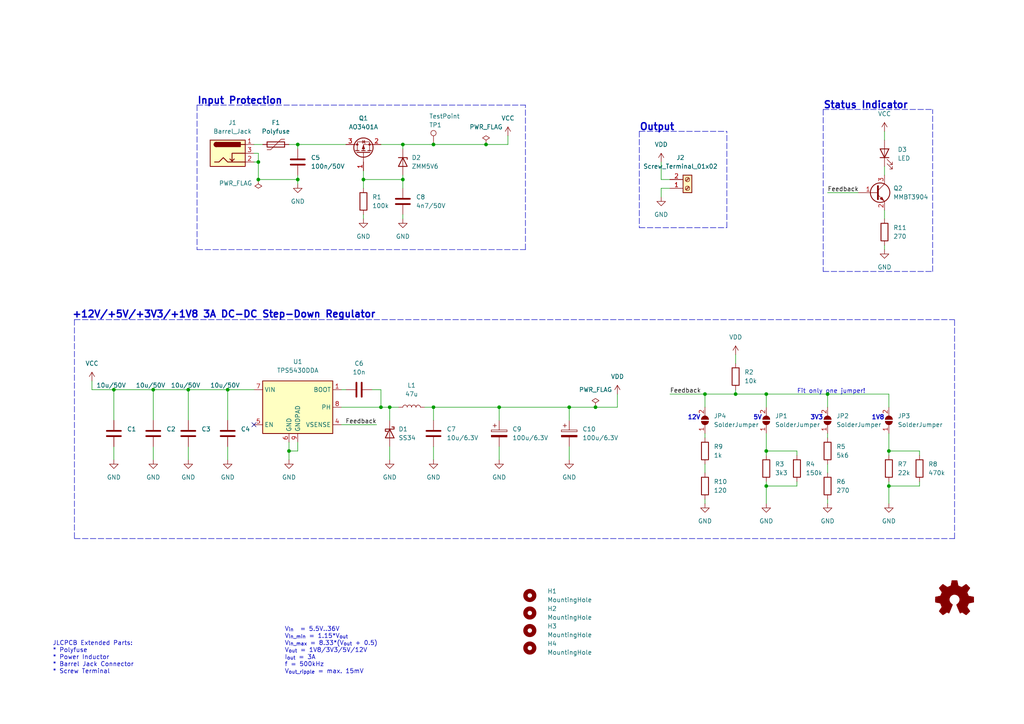
<source format=kicad_sch>
(kicad_sch (version 20210621) (generator eeschema)
  (paper "A4")
  (title_block (title "TPS5430") (date "2021-07-17") (rev "1.1.0") (company "Max Stabel") (comment 1 "https://github.com/M4a1x/TPS5430"))
  (lib_symbols
    (symbol "Connector:Barrel_Jack_Switch" (pin_names hide)
      (property "Reference" "J" (at 0 5.334 0))
      (property "Value" "Barrel_Jack_Switch" (at 0 -5.08 0))
      (symbol "Barrel_Jack_Switch_1_1"
        (pin passive line (at 7.62 2.54 180) (length 2.54) (name "~") (number "1"))
        (pin passive line (at 7.62 -2.54 180) (length 2.54) (name "~") (number "2"))
        (pin passive line (at 7.62 0 180) (length 2.54) (name "~") (number "3"))
      )
    )
    (symbol "Connector:Screw_Terminal_01x02" (pin_names (offset 1.016) hide)
      (property "Reference" "J" (at 0 2.54 0))
      (property "Value" "Screw_Terminal_01x02" (at 0 -5.08 0))
      (symbol "Screw_Terminal_01x02_1_1"
        (pin passive line (at -5.08 0 0) (length 3.81) (name "Pin_1") (number "1"))
        (pin passive line (at -5.08 -2.54 0) (length 3.81) (name "Pin_2") (number "2"))
      )
    )
    (symbol "Connector:TestPoint" (pin_numbers hide) (pin_names (offset 0.762) hide)
      (property "Reference" "TP" (at 0 6.858 0))
      (property "Value" "TestPoint" (at 0 5.08 0))
      (symbol "TestPoint_1_1"
        (pin passive line (at 0 0 90) (length 2.54) (name "1") (number "1"))
      )
    )
    (symbol "Device:C" (pin_numbers hide) (pin_names (offset 0.254))
      (property "Reference" "C" (at 0.635 2.54 0))
      (property "Value" "C" (at 0.635 -2.54 0))
      (symbol "C_1_1"
        (pin passive line (at 0 3.81 270) (length 2.794) (name "~") (number "1"))
        (pin passive line (at 0 -3.81 90) (length 2.794) (name "~") (number "2"))
      )
    )
    (symbol "Device:C_Polarized" (pin_numbers hide) (pin_names (offset 0.254))
      (property "Reference" "C" (at 0.635 2.54 0))
      (property "Value" "C_Polarized" (at 0.635 -2.54 0))
      (symbol "C_Polarized_1_1"
        (pin passive line (at 0 3.81 270) (length 2.794) (name "~") (number "1"))
        (pin passive line (at 0 -3.81 90) (length 2.794) (name "~") (number "2"))
      )
    )
    (symbol "Device:D_Schottky" (pin_numbers hide) (pin_names (offset 1.016) hide)
      (property "Reference" "D" (at 0 2.54 0))
      (property "Value" "D_Schottky" (at 0 -2.54 0))
      (symbol "D_Schottky_1_1"
        (pin passive line (at -3.81 0 0) (length 2.54) (name "K") (number "1"))
        (pin passive line (at 3.81 0 180) (length 2.54) (name "A") (number "2"))
      )
    )
    (symbol "Device:D_Zener" (pin_numbers hide) (pin_names (offset 1.016) hide)
      (property "Reference" "D" (at 0 2.54 0))
      (property "Value" "D_Zener" (at 0 -2.54 0))
      (symbol "D_Zener_1_1"
        (pin passive line (at -3.81 0 0) (length 2.54) (name "K") (number "1"))
        (pin passive line (at 3.81 0 180) (length 2.54) (name "A") (number "2"))
      )
    )
    (symbol "Device:L" (pin_numbers hide) (pin_names (offset 1.016) hide)
      (property "Reference" "L" (at -1.27 0 90))
      (property "Value" "L" (at 1.905 0 90))
      (symbol "L_1_1"
        (pin passive line (at 0 3.81 270) (length 1.27) (name "1") (number "1"))
        (pin passive line (at 0 -3.81 90) (length 1.27) (name "2") (number "2"))
      )
    )
    (symbol "Device:LED" (pin_numbers hide) (pin_names (offset 1.016) hide)
      (property "Reference" "D" (at 0 2.54 0))
      (property "Value" "LED" (at 0 -2.54 0))
      (symbol "LED_1_1"
        (pin passive line (at -3.81 0 0) (length 2.54) (name "K") (number "1"))
        (pin passive line (at 3.81 0 180) (length 2.54) (name "A") (number "2"))
      )
    )
    (symbol "Device:Polyfuse" (pin_numbers hide) (pin_names (offset 0))
      (property "Reference" "F" (at -2.54 0 90))
      (property "Value" "Polyfuse" (at 2.54 0 90))
      (symbol "Polyfuse_1_1"
        (pin passive line (at 0 3.81 270) (length 1.27) (name "~") (number "1"))
        (pin passive line (at 0 -3.81 90) (length 1.27) (name "~") (number "2"))
      )
    )
    (symbol "Device:R" (pin_numbers hide) (pin_names (offset 0))
      (property "Reference" "R" (at 2.032 0 90))
      (property "Value" "R" (at 0 0 90))
      (symbol "R_1_1"
        (pin passive line (at 0 3.81 270) (length 1.27) (name "~") (number "1"))
        (pin passive line (at 0 -3.81 90) (length 1.27) (name "~") (number "2"))
      )
    )
    (symbol "Graphic:Logo_Open_Hardware_Small" (pin_names (offset 1.016)))
    (symbol "Jumper:SolderJumper_2_Open" (pin_names (offset 0) hide)
      (property "Reference" "JP" (at 0 2.032 0))
      (property "Value" "SolderJumper_2_Open" (at 0 -2.54 0))
      (symbol "SolderJumper_2_Open_1_1"
        (pin passive line (at -3.81 0 0) (length 2.54) (name "A") (number "1"))
        (pin passive line (at 3.81 0 180) (length 2.54) (name "B") (number "2"))
      )
    )
    (symbol "Mechanical:MountingHole" (pin_names (offset 1.016))
      (property "Reference" "H" (at 0 5.08 0))
      (property "Value" "MountingHole" (at 0 3.175 0))
    )
    (symbol "Regulator_Switching:TPS5430DDA"
      (property "Reference" "U" (at -10.16 8.89 0))
      (property "Value" "TPS5430DDA" (at -1.27 8.89 0))
      (symbol "TPS5430DDA_1_1"
        (pin input line (at 12.7 5.08 180) (length 2.54) (name "BOOT") (number "1"))
        (pin no_connect line (at -10.16 2.54 0) (length 2.54) hide (name "NC") (number "2"))
        (pin no_connect line (at -10.16 -2.54 0) (length 2.54) hide (name "NC") (number "3"))
        (pin input line (at 12.7 -5.08 180) (length 2.54) (name "VSENSE") (number "4"))
        (pin input line (at -12.7 -5.08 0) (length 2.54) (name "EN") (number "5"))
        (pin power_in line (at -2.54 -10.16 90) (length 2.54) (name "GND") (number "6"))
        (pin power_in line (at -12.7 5.08 0) (length 2.54) (name "VIN") (number "7"))
        (pin output line (at 12.7 0 180) (length 2.54) (name "PH") (number "8"))
        (pin power_in line (at 0 -10.16 90) (length 2.54) (name "GNDPAD") (number "9"))
      )
    )
    (symbol "Transistor_BJT:MMBT3904" (pin_names (offset 0) hide)
      (property "Reference" "Q" (at 5.08 1.905 0))
      (property "Value" "MMBT3904" (at 5.08 0 0))
      (symbol "MMBT3904_1_1"
        (pin input line (at -5.08 0 0) (length 5.715) (name "B") (number "1"))
        (pin passive line (at 2.54 -5.08 90) (length 2.54) (name "E") (number "2"))
        (pin passive line (at 2.54 5.08 270) (length 2.54) (name "C") (number "3"))
      )
    )
    (symbol "Transistor_FET:AO3401A" (pin_names hide)
      (property "Reference" "Q" (at 5.08 1.905 0))
      (property "Value" "AO3401A" (at 5.08 0 0))
      (symbol "AO3401A_1_1"
        (pin input line (at -5.08 0 0) (length 2.54) (name "G") (number "1"))
        (pin passive line (at 2.54 -5.08 90) (length 2.54) (name "S") (number "2"))
        (pin passive line (at 2.54 5.08 270) (length 2.54) (name "D") (number "3"))
      )
    )
    (symbol "power:GND" (power) (pin_names (offset 0))
      (property "Value" "GND" (at 0 -3.81 0))
      (symbol "GND_1_1"
        (pin power_in line (at 0 0 270) (length 0) hide (name "GND") (number "1"))
      )
    )
    (symbol "power:PWR_FLAG" (power) (pin_numbers hide) (pin_names (offset 0) hide)
      (property "Value" "PWR_FLAG" (at 0 3.81 0))
      (symbol "PWR_FLAG_0_0"
        (pin power_out line (at 0 0 90) (length 0) (name "pwr") (number "1"))
      )
    )
    (symbol "power:VCC" (power) (pin_names (offset 0))
      (property "Value" "VCC" (at 0 3.81 0))
      (symbol "VCC_1_1"
        (pin power_in line (at 0 0 90) (length 0) hide (name "VCC") (number "1"))
      )
    )
    (symbol "power:VDD" (power) (pin_names (offset 0))
      (property "Value" "VDD" (at 0 3.81 0))
      (symbol "VDD_1_1"
        (pin power_in line (at 0 0 90) (length 0) hide (name "VDD") (number "1"))
      )
    )
  )
  (junction (at 33.02 113.03) (diameter 0.9144))
  (junction (at 44.45 113.03) (diameter 0.9144))
  (junction (at 54.61 113.03) (diameter 0.9144))
  (junction (at 66.04 113.03) (diameter 0.9144))
  (junction (at 74.93 46.99) (diameter 0.9144))
  (junction (at 74.93 52.07) (diameter 0.9144))
  (junction (at 83.82 130.81) (diameter 0.9144))
  (junction (at 86.36 41.91) (diameter 0.9144))
  (junction (at 86.36 52.07) (diameter 0.9144))
  (junction (at 105.41 52.07) (diameter 0.9144))
  (junction (at 110.49 118.11) (diameter 0.9144))
  (junction (at 113.03 118.11) (diameter 0.9144))
  (junction (at 116.84 41.91) (diameter 0.9144))
  (junction (at 116.84 52.07) (diameter 0.9144))
  (junction (at 125.73 41.91) (diameter 0.9144))
  (junction (at 125.73 118.11) (diameter 0.9144))
  (junction (at 140.97 41.91) (diameter 0.9144))
  (junction (at 144.78 118.11) (diameter 0.9144))
  (junction (at 165.1 118.11) (diameter 0.9144))
  (junction (at 172.72 118.11) (diameter 0.9144))
  (junction (at 204.47 114.3) (diameter 0.9144))
  (junction (at 213.36 114.3) (diameter 0.9144))
  (junction (at 222.25 114.3) (diameter 0.9144))
  (junction (at 222.25 130.81) (diameter 0.9144))
  (junction (at 222.25 140.97) (diameter 0.9144))
  (junction (at 240.03 114.3) (diameter 0.9144))
  (junction (at 257.81 130.81) (diameter 0.9144))
  (junction (at 257.81 140.97) (diameter 0.9144))
  (no_connect (at 73.66 123.19))
  (wire (pts (xy 26.67 110.49) (xy 26.67 113.03)))
  (wire (pts (xy 26.67 113.03) (xy 33.02 113.03)))
  (wire (pts (xy 33.02 113.03) (xy 33.02 121.92)))
  (wire (pts (xy 33.02 113.03) (xy 44.45 113.03)))
  (wire (pts (xy 33.02 129.54) (xy 33.02 133.35)))
  (wire (pts (xy 44.45 113.03) (xy 44.45 121.92)))
  (wire (pts (xy 44.45 113.03) (xy 54.61 113.03)))
  (wire (pts (xy 44.45 129.54) (xy 44.45 133.35)))
  (wire (pts (xy 54.61 113.03) (xy 54.61 121.92)))
  (wire (pts (xy 54.61 113.03) (xy 66.04 113.03)))
  (wire (pts (xy 54.61 129.54) (xy 54.61 133.35)))
  (wire (pts (xy 66.04 113.03) (xy 66.04 121.92)))
  (wire (pts (xy 66.04 113.03) (xy 73.66 113.03)))
  (wire (pts (xy 66.04 129.54) (xy 66.04 133.35)))
  (wire (pts (xy 73.66 41.91) (xy 76.2 41.91)))
  (wire (pts (xy 73.66 44.45) (xy 74.93 44.45)))
  (wire (pts (xy 73.66 46.99) (xy 74.93 46.99)))
  (wire (pts (xy 74.93 44.45) (xy 74.93 46.99)))
  (wire (pts (xy 74.93 46.99) (xy 74.93 52.07)))
  (wire (pts (xy 83.82 41.91) (xy 86.36 41.91)))
  (wire (pts (xy 83.82 128.27) (xy 83.82 130.81)))
  (wire (pts (xy 83.82 130.81) (xy 83.82 133.35)))
  (wire (pts (xy 86.36 41.91) (xy 86.36 43.18)))
  (wire (pts (xy 86.36 41.91) (xy 100.33 41.91)))
  (wire (pts (xy 86.36 50.8) (xy 86.36 52.07)))
  (wire (pts (xy 86.36 52.07) (xy 74.93 52.07)))
  (wire (pts (xy 86.36 52.07) (xy 86.36 53.34)))
  (wire (pts (xy 86.36 128.27) (xy 86.36 130.81)))
  (wire (pts (xy 86.36 130.81) (xy 83.82 130.81)))
  (wire (pts (xy 99.06 113.03) (xy 100.33 113.03)))
  (wire (pts (xy 99.06 118.11) (xy 110.49 118.11)))
  (wire (pts (xy 99.06 123.19) (xy 109.22 123.19)))
  (wire (pts (xy 105.41 49.53) (xy 105.41 52.07)))
  (wire (pts (xy 105.41 52.07) (xy 105.41 54.61)))
  (wire (pts (xy 105.41 52.07) (xy 116.84 52.07)))
  (wire (pts (xy 105.41 62.23) (xy 105.41 63.5)))
  (wire (pts (xy 107.95 113.03) (xy 110.49 113.03)))
  (wire (pts (xy 110.49 41.91) (xy 116.84 41.91)))
  (wire (pts (xy 110.49 113.03) (xy 110.49 118.11)))
  (wire (pts (xy 110.49 118.11) (xy 113.03 118.11)))
  (wire (pts (xy 113.03 118.11) (xy 115.57 118.11)))
  (wire (pts (xy 113.03 121.92) (xy 113.03 118.11)))
  (wire (pts (xy 113.03 129.54) (xy 113.03 133.35)))
  (wire (pts (xy 116.84 41.91) (xy 116.84 43.18)))
  (wire (pts (xy 116.84 41.91) (xy 125.73 41.91)))
  (wire (pts (xy 116.84 50.8) (xy 116.84 52.07)))
  (wire (pts (xy 116.84 52.07) (xy 116.84 54.61)))
  (wire (pts (xy 116.84 62.23) (xy 116.84 63.5)))
  (wire (pts (xy 123.19 118.11) (xy 125.73 118.11)))
  (wire (pts (xy 125.73 41.91) (xy 140.97 41.91)))
  (wire (pts (xy 125.73 118.11) (xy 125.73 121.92)))
  (wire (pts (xy 125.73 118.11) (xy 144.78 118.11)))
  (wire (pts (xy 125.73 129.54) (xy 125.73 133.35)))
  (wire (pts (xy 140.97 41.91) (xy 147.32 41.91)))
  (wire (pts (xy 144.78 118.11) (xy 144.78 121.92)))
  (wire (pts (xy 144.78 118.11) (xy 165.1 118.11)))
  (wire (pts (xy 144.78 129.54) (xy 144.78 133.35)))
  (wire (pts (xy 147.32 39.37) (xy 147.32 41.91)))
  (wire (pts (xy 165.1 118.11) (xy 165.1 121.92)))
  (wire (pts (xy 165.1 118.11) (xy 172.72 118.11)))
  (wire (pts (xy 165.1 129.54) (xy 165.1 133.35)))
  (wire (pts (xy 172.72 118.11) (xy 179.07 118.11)))
  (wire (pts (xy 179.07 114.3) (xy 179.07 118.11)))
  (wire (pts (xy 191.77 46.99) (xy 191.77 52.07)))
  (wire (pts (xy 191.77 52.07) (xy 194.31 52.07)))
  (wire (pts (xy 191.77 54.61) (xy 194.31 54.61)))
  (wire (pts (xy 191.77 57.15) (xy 191.77 54.61)))
  (wire (pts (xy 194.31 114.3) (xy 204.47 114.3)))
  (wire (pts (xy 204.47 114.3) (xy 204.47 118.11)))
  (wire (pts (xy 204.47 114.3) (xy 213.36 114.3)))
  (wire (pts (xy 204.47 125.73) (xy 204.47 127)))
  (wire (pts (xy 204.47 134.62) (xy 204.47 137.16)))
  (wire (pts (xy 204.47 144.78) (xy 204.47 146.05)))
  (wire (pts (xy 213.36 105.41) (xy 213.36 102.87)))
  (wire (pts (xy 213.36 113.03) (xy 213.36 114.3)))
  (wire (pts (xy 213.36 114.3) (xy 222.25 114.3)))
  (wire (pts (xy 222.25 114.3) (xy 222.25 118.11)))
  (wire (pts (xy 222.25 114.3) (xy 240.03 114.3)))
  (wire (pts (xy 222.25 125.73) (xy 222.25 130.81)))
  (wire (pts (xy 222.25 130.81) (xy 222.25 132.08)))
  (wire (pts (xy 222.25 139.7) (xy 222.25 140.97)))
  (wire (pts (xy 222.25 140.97) (xy 222.25 146.05)))
  (wire (pts (xy 222.25 140.97) (xy 231.14 140.97)))
  (wire (pts (xy 231.14 130.81) (xy 222.25 130.81)))
  (wire (pts (xy 231.14 132.08) (xy 231.14 130.81)))
  (wire (pts (xy 231.14 140.97) (xy 231.14 139.7)))
  (wire (pts (xy 240.03 55.88) (xy 248.92 55.88)))
  (wire (pts (xy 240.03 114.3) (xy 240.03 118.11)))
  (wire (pts (xy 240.03 114.3) (xy 257.81 114.3)))
  (wire (pts (xy 240.03 125.73) (xy 240.03 127)))
  (wire (pts (xy 240.03 134.62) (xy 240.03 137.16)))
  (wire (pts (xy 240.03 144.78) (xy 240.03 146.05)))
  (wire (pts (xy 256.54 38.1) (xy 256.54 40.64)))
  (wire (pts (xy 256.54 48.26) (xy 256.54 50.8)))
  (wire (pts (xy 256.54 60.96) (xy 256.54 63.5)))
  (wire (pts (xy 256.54 71.12) (xy 256.54 72.39)))
  (wire (pts (xy 257.81 114.3) (xy 257.81 118.11)))
  (wire (pts (xy 257.81 125.73) (xy 257.81 130.81)))
  (wire (pts (xy 257.81 130.81) (xy 257.81 132.08)))
  (wire (pts (xy 257.81 139.7) (xy 257.81 140.97)))
  (wire (pts (xy 257.81 140.97) (xy 257.81 146.05)))
  (wire (pts (xy 257.81 140.97) (xy 266.7 140.97)))
  (wire (pts (xy 266.7 130.81) (xy 257.81 130.81)))
  (wire (pts (xy 266.7 132.08) (xy 266.7 130.81)))
  (wire (pts (xy 266.7 140.97) (xy 266.7 139.7)))
  (polyline (pts (xy 21.59 92.71) (xy 21.59 156.21)) (stroke (width 0) (type dash)))
  (polyline (pts (xy 21.59 92.71) (xy 276.86 92.71)) (stroke (width 0) (type dash)))
  (polyline (pts (xy 21.59 156.21) (xy 276.86 156.21)) (stroke (width 0) (type dash)))
  (polyline (pts (xy 57.15 30.48) (xy 57.15 72.39)) (stroke (width 0) (type dash)))
  (polyline (pts (xy 57.15 30.48) (xy 152.4 30.48)) (stroke (width 0) (type dash)))
  (polyline (pts (xy 57.15 72.39) (xy 152.4 72.39)) (stroke (width 0) (type dash)))
  (polyline (pts (xy 152.4 72.39) (xy 152.4 30.48)) (stroke (width 0) (type dash)))
  (polyline (pts (xy 185.42 38.1) (xy 185.42 66.04)) (stroke (width 0) (type dash)))
  (polyline (pts (xy 185.42 38.1) (xy 210.82 38.1)) (stroke (width 0) (type dash)))
  (polyline (pts (xy 185.42 66.04) (xy 210.82 66.04)) (stroke (width 0) (type dash)))
  (polyline (pts (xy 210.82 66.04) (xy 210.82 38.1)) (stroke (width 0) (type dash)))
  (polyline (pts (xy 238.76 31.75) (xy 238.76 78.74)) (stroke (width 0) (type dash)))
  (polyline (pts (xy 238.76 31.75) (xy 270.51 31.75)) (stroke (width 0) (type dash)))
  (polyline (pts (xy 238.76 78.74) (xy 270.51 78.74)) (stroke (width 0) (type dash)))
  (polyline (pts (xy 270.51 78.74) (xy 270.51 31.75)) (stroke (width 0) (type dash)))
  (polyline (pts (xy 276.86 156.21) (xy 276.86 92.71)) (stroke (width 0) (type dash)))
  (text "JLCPCB Extended Parts: \n* Polyfuse\n* Power Inductor\n* Barrel Jack Connector\n* Screw Terminal" (at 15.24 195.58 0) (effects (font (size 1.27 1.27)) (justify left bottom)))
  (text "+12V/+5V/+3V3/+1V8 3A DC-DC Step-Down Regulator" (at 20.828 92.456 0) (effects (font (size 2 2) (thickness 0.4) bold) (justify left bottom)))
  (text "Input Protection" (at 57.15 30.48 0) (effects (font (size 2 2) (thickness 0.4) bold) (justify left bottom)))
  (text "V_{in}  = 5.5V..36V\nV_{in_min} = 1.15*V_{out}\nV_{in_max} = 8.33*(V_{out} + 0.5)\nV_{out} = 1V8/3V3/5V/12V\nI_{out} = 3A\nf = 500kHz\nV_{out_ripple} = max. 15mV" (at 82.55 195.58 0) (effects (font (size 1.27 1.27)) (justify left bottom)))
  (text "Output" (at 185.42 38.1 0) (effects (font (size 2 2) (thickness 0.4) bold) (justify left bottom)))
  (text "12V" (at 199.39 121.92 0) (effects (font (size 1.27 1.27) (thickness 0.254) bold) (justify left bottom)))
  (text "5V" (at 218.44 121.92 0) (effects (font (size 1.27 1.27) (thickness 0.254) bold) (justify left bottom)))
  (text "Fit only one jumper!" (at 231.14 114.3 0) (effects (font (size 1.27 1.27)) (justify left bottom)))
  (text "3V3" (at 234.95 121.92 0) (effects (font (size 1.27 1.27) (thickness 0.254) bold) (justify left bottom)))
  (text "Status Indicator" (at 238.76 31.75 0) (effects (font (size 2 2) (thickness 0.4) bold) (justify left bottom)))
  (text "1V8" (at 252.73 121.92 0) (effects (font (size 1.27 1.27) (thickness 0.254) bold) (justify left bottom)))
  (label "Feedback" (at 109.22 123.19 180))
  (label "Feedback" (at 194.31 114.3 0))
  (label "Feedback" (at 240.03 55.88 0))
  (symbol (lib_id "power:VCC") (at 26.67 110.49 0) (unit 1)
    (property "Reference" "#PWR0105" (effects hide))
    (property "Value" "VCC" (at 26.67 105.41 0))
  )
  (symbol (lib_id "power:VCC") (at 147.32 39.37 0) (unit 1)
    (property "Reference" "#PWR0121" (effects hide))
    (property "Value" "VCC" (at 147.32 34.29 0))
  )
  (symbol (lib_id "power:VDD") (at 179.07 114.3 0) (unit 1)
    (property "Reference" "#PWR0108" (effects hide))
    (property "Value" "VDD" (at 179.07 109.22 0))
  )
  (symbol (lib_id "power:VDD") (at 191.77 46.99 0) (unit 1)
    (property "Reference" "#PWR0118" (effects hide))
    (property "Value" "VDD" (at 191.77 41.91 0))
  )
  (symbol (lib_id "power:VDD") (at 213.36 102.87 0) (unit 1)
    (property "Reference" "#PWR0116" (effects hide))
    (property "Value" "VDD" (at 213.36 97.79 0))
  )
  (symbol (lib_id "power:VCC") (at 256.54 38.1 0) (unit 1)
    (property "Reference" "#PWR01" (effects hide))
    (property "Value" "VCC" (at 256.54 33.02 0))
  )
  (symbol (lib_id "power:PWR_FLAG") (at 74.93 52.07 180) (unit 1)
    (property "Reference" "#FLG01" (effects hide))
    (property "Value" "PWR_FLAG" (at 63.5 53.1494 0) (effects (justify right)))
  )
  (symbol (lib_id "power:PWR_FLAG") (at 140.97 41.91 0) (unit 1)
    (property "Reference" "#FLG0101" (effects hide))
    (property "Value" "PWR_FLAG" (at 140.97 36.83 0))
  )
  (symbol (lib_id "power:PWR_FLAG") (at 172.72 118.11 0) (unit 1)
    (property "Reference" "#FLG0102" (effects hide))
    (property "Value" "PWR_FLAG" (at 172.72 113.03 0))
  )
  (symbol (lib_id "Connector:TestPoint") (at 125.73 41.91 0) (unit 1)
    (property "Reference" "TP1" (at 124.46 36.2584 0) (effects (justify left)))
    (property "Value" "TestPoint" (at 124.46 33.7184 0) (effects (justify left)))
    (property "Footprint" "TestPoint:TestPoint_Pad_D1.0mm" (effects hide))
  )
  (symbol (lib_id "power:GND") (at 33.02 133.35 0) (unit 1)
    (property "Reference" "#PWR0107" (effects hide))
    (property "Value" "GND" (at 33.02 138.43 0))
  )
  (symbol (lib_id "power:GND") (at 44.45 133.35 0) (unit 1)
    (property "Reference" "#PWR0106" (effects hide))
    (property "Value" "GND" (at 44.45 138.43 0))
  )
  (symbol (lib_id "power:GND") (at 54.61 133.35 0) (unit 1)
    (property "Reference" "#PWR0104" (effects hide))
    (property "Value" "GND" (at 54.61 138.43 0))
  )
  (symbol (lib_id "power:GND") (at 66.04 133.35 0) (unit 1)
    (property "Reference" "#PWR0102" (effects hide))
    (property "Value" "GND" (at 66.04 138.43 0))
  )
  (symbol (lib_id "power:GND") (at 83.82 133.35 0) (unit 1)
    (property "Reference" "#PWR0103" (effects hide))
    (property "Value" "GND" (at 83.82 138.43 0))
  )
  (symbol (lib_id "power:GND") (at 86.36 53.34 0) (unit 1)
    (property "Reference" "#PWR0120" (effects hide))
    (property "Value" "GND" (at 86.36 58.42 0))
  )
  (symbol (lib_id "power:GND") (at 105.41 63.5 0) (unit 1)
    (property "Reference" "#PWR0119" (effects hide))
    (property "Value" "GND" (at 105.41 68.58 0))
  )
  (symbol (lib_id "power:GND") (at 113.03 133.35 0) (unit 1)
    (property "Reference" "#PWR0101" (effects hide))
    (property "Value" "GND" (at 113.03 138.43 0))
  )
  (symbol (lib_id "power:GND") (at 116.84 63.5 0) (unit 1)
    (property "Reference" "#PWR0122" (effects hide))
    (property "Value" "GND" (at 116.84 68.58 0))
  )
  (symbol (lib_id "power:GND") (at 125.73 133.35 0) (unit 1)
    (property "Reference" "#PWR0110" (effects hide))
    (property "Value" "GND" (at 125.73 138.43 0))
  )
  (symbol (lib_id "power:GND") (at 144.78 133.35 0) (unit 1)
    (property "Reference" "#PWR0111" (effects hide))
    (property "Value" "GND" (at 144.78 138.43 0))
  )
  (symbol (lib_id "power:GND") (at 165.1 133.35 0) (unit 1)
    (property "Reference" "#PWR0112" (effects hide))
    (property "Value" "GND" (at 165.1 138.43 0))
  )
  (symbol (lib_id "power:GND") (at 191.77 57.15 0) (unit 1)
    (property "Reference" "#PWR0117" (effects hide))
    (property "Value" "GND" (at 191.77 62.23 0))
  )
  (symbol (lib_id "power:GND") (at 204.47 146.05 0) (unit 1)
    (property "Reference" "#PWR0109" (effects hide))
    (property "Value" "GND" (at 204.47 151.13 0))
  )
  (symbol (lib_id "power:GND") (at 222.25 146.05 0) (unit 1)
    (property "Reference" "#PWR0114" (effects hide))
    (property "Value" "GND" (at 222.25 151.13 0))
  )
  (symbol (lib_id "power:GND") (at 240.03 146.05 0) (unit 1)
    (property "Reference" "#PWR0113" (effects hide))
    (property "Value" "GND" (at 240.03 151.13 0))
  )
  (symbol (lib_id "power:GND") (at 256.54 72.39 0) (unit 1)
    (property "Reference" "#PWR02" (effects hide))
    (property "Value" "GND" (at 256.54 77.47 0))
  )
  (symbol (lib_id "power:GND") (at 257.81 146.05 0) (unit 1)
    (property "Reference" "#PWR0115" (effects hide))
    (property "Value" "GND" (at 257.81 151.13 0))
  )
  (symbol (lib_id "Device:L") (at 119.38 118.11 90) (unit 1)
    (property "Reference" "L1" (at 119.38 111.76 90))
    (property "Value" "47u" (at 119.38 114.3 90))
    (property "Footprint" "tps5430:L_Sunlord_MWSA1004S_10x11.5x4mm" (effects hide))
    (property "Datasheet" "https://datasheet.lcsc.com/szlcsc/1912111437_Sunlord-MWSA1004S-470MT_C408491.pdf" (effects hide))
    (property "LCSC" "C408491" (effects hide))
    (property "MPN" "MWSA1004S-470MT" (effects hide))
    (property "Manufacturer" "Sunlord" (effects hide))
    (property "Notes" "47uH ±20% 3.3A 145mΩ SMD,10x11.5x4.0mm Power Inductors RoHS" (effects hide))
    (property "JLC" "SMD_10x11.5x4.0mm" (effects hide))
  )
  (symbol (lib_id "Mechanical:MountingHole") (at 153.67 172.72 270) (unit 1)
    (property "Reference" "H1" (at 158.75 171.4499 90) (effects (justify left)))
    (property "Value" "MountingHole" (at 158.75 173.9899 90) (effects (justify left)))
    (property "Footprint" "MountingHole:MountingHole_2.2mm_M2_ISO7380" (effects hide))
  )
  (symbol (lib_id "Mechanical:MountingHole") (at 153.67 177.8 270) (unit 1)
    (property "Reference" "H2" (at 158.75 176.5299 90) (effects (justify left)))
    (property "Value" "MountingHole" (at 158.75 179.0699 90) (effects (justify left)))
    (property "Footprint" "MountingHole:MountingHole_2.2mm_M2_ISO7380" (effects hide))
  )
  (symbol (lib_id "Mechanical:MountingHole") (at 153.67 182.88 270) (unit 1)
    (property "Reference" "H3" (at 158.75 181.6099 90) (effects (justify left)))
    (property "Value" "MountingHole" (at 158.75 184.1499 90) (effects (justify left)))
    (property "Footprint" "MountingHole:MountingHole_2.2mm_M2_ISO7380" (effects hide))
  )
  (symbol (lib_id "Mechanical:MountingHole") (at 153.67 187.96 270) (unit 1)
    (property "Reference" "H4" (at 158.75 186.6899 90) (effects (justify left)))
    (property "Value" "MountingHole" (at 158.75 189.2299 90) (effects (justify left)))
    (property "Footprint" "MountingHole:MountingHole_2.2mm_M2_ISO7380" (effects hide))
  )
  (symbol (lib_id "Jumper:SolderJumper_2_Open") (at 204.47 121.92 90) (unit 1)
    (property "Reference" "JP4" (at 207.01 120.6499 90) (effects (justify right)))
    (property "Value" "SolderJumper" (at 207.01 123.1899 90) (effects (justify right)))
    (property "Footprint" "Jumper:SolderJumper-2_P1.3mm_Open_RoundedPad1.0x1.5mm" (effects hide))
  )
  (symbol (lib_id "Jumper:SolderJumper_2_Open") (at 222.25 121.92 90) (unit 1)
    (property "Reference" "JP1" (at 224.79 120.6499 90) (effects (justify right)))
    (property "Value" "SolderJumper" (at 224.79 123.1899 90) (effects (justify right)))
    (property "Footprint" "Jumper:SolderJumper-2_P1.3mm_Open_RoundedPad1.0x1.5mm" (effects hide))
  )
  (symbol (lib_id "Jumper:SolderJumper_2_Open") (at 240.03 121.92 90) (unit 1)
    (property "Reference" "JP2" (at 242.57 120.6499 90) (effects (justify right)))
    (property "Value" "SolderJumper" (at 242.57 123.1899 90) (effects (justify right)))
    (property "Footprint" "Jumper:SolderJumper-2_P1.3mm_Open_RoundedPad1.0x1.5mm" (effects hide))
  )
  (symbol (lib_id "Jumper:SolderJumper_2_Open") (at 257.81 121.92 90) (unit 1)
    (property "Reference" "JP3" (at 260.35 120.6499 90) (effects (justify right)))
    (property "Value" "SolderJumper" (at 260.35 123.1899 90) (effects (justify right)))
    (property "Footprint" "Jumper:SolderJumper-2_P1.3mm_Open_RoundedPad1.0x1.5mm" (effects hide))
  )
  (symbol (lib_id "Device:R") (at 105.41 58.42 0) (unit 1)
    (property "Reference" "R1" (at 107.95 57.1499 0) (effects (justify left)))
    (property "Value" "100k" (at 107.95 59.6899 0) (effects (justify left)))
    (property "Footprint" "Resistor_SMD:R_0402_1005Metric" (effects hide))
    (property "Datasheet" "https://datasheet.lcsc.com/lcsc/1810111814_UNI-ROYAL-Uniroyal-Elec-0402WGF1003TCE_C25741.pdf" (effects hide))
    (property "MPN" "0402WGF1003TCE" (effects hide))
    (property "Manufacturer" "UNI-ROYAL(Uniroyal Elec)" (effects hide))
    (property "Notes" "100kΩ ±1% 1/16W ±100ppm/℃ 0402 Chip Resistor - Surface Mount RoHS" (effects hide))
    (property "LCSC" "C25741" (effects hide))
    (property "JLC" "0402" (effects hide))
  )
  (symbol (lib_id "Device:R") (at 204.47 130.81 0) (unit 1)
    (property "Reference" "R9" (at 207.01 129.5399 0) (effects (justify left)))
    (property "Value" "1k" (at 207.01 132.0799 0) (effects (justify left)))
    (property "Footprint" "Resistor_SMD:R_0402_1005Metric" (effects hide))
    (property "Datasheet" "https://datasheet.lcsc.com/lcsc/1811132311_UNI-ROYAL-Uniroyal-Elec-0402WGF1001TCE_C11702.pdf" (effects hide))
    (property "MPN" "0402WGF1001TCE" (effects hide))
    (property "Manufacturer" "UNI-ROYAL(Uniroyal Elec)" (effects hide))
    (property "Notes" "1kΩ ±1% 1/16W ±100ppm/℃ 0402 Chip Resistor - Surface Mount RoHS" (effects hide))
    (property "LCSC" "C11702" (effects hide))
    (property "JLC" "0402" (effects hide))
  )
  (symbol (lib_id "Device:R") (at 204.47 140.97 0) (unit 1)
    (property "Reference" "R10" (at 207.01 139.6999 0) (effects (justify left)))
    (property "Value" "120" (at 207.01 142.2399 0) (effects (justify left)))
    (property "Footprint" "Resistor_SMD:R_0402_1005Metric" (effects hide))
    (property "Datasheet" "https://datasheet.lcsc.com/lcsc/1811031112_UNI-ROYAL-Uniroyal-Elec-0402WGF1200TCE_C25079.pdf" (effects hide))
    (property "MPN" "0402WGF1200TCE" (effects hide))
    (property "Manufacturer" "UNI-ROYAL(Uniroyal Elec)" (effects hide))
    (property "Notes" "120Ω ±1% 1/16W ±100ppm/℃ 0402 Chip Resistor - Surface Mount RoHS" (effects hide))
    (property "LCSC" "C25079" (effects hide))
    (property "JLC" "0402" (effects hide))
  )
  (symbol (lib_id "Device:R") (at 213.36 109.22 0) (unit 1)
    (property "Reference" "R2" (at 215.9 107.9499 0) (effects (justify left)))
    (property "Value" "10k" (at 215.9 110.4899 0) (effects (justify left)))
    (property "Footprint" "Resistor_SMD:R_0402_1005Metric" (effects hide))
    (property "Datasheet" "https://datasheet.lcsc.com/lcsc/1809301717_UNI-ROYAL-Uniroyal-Elec-0402WGF1002TCE_C25744.pdf" (effects hide))
    (property "MPN" "0402WGF1002TCE" (effects hide))
    (property "Manufacturer" "UNI-ROYAL(Uniroyal Elec)" (effects hide))
    (property "Notes" "10kΩ ±1% 1/16W ±100ppm/℃ 0402 Chip Resistor - Surface Mount RoHS" (effects hide))
    (property "LCSC" "C25744" (effects hide))
    (property "JLC" "0402" (effects hide))
  )
  (symbol (lib_id "Device:R") (at 222.25 135.89 0) (unit 1)
    (property "Reference" "R3" (at 224.79 134.6199 0) (effects (justify left)))
    (property "Value" "3k3" (at 224.79 137.1599 0) (effects (justify left)))
    (property "Footprint" "Resistor_SMD:R_0402_1005Metric" (effects hide))
    (property "Datasheet" "https://datasheet.lcsc.com/lcsc/1810301320_UNI-ROYAL-Uniroyal-Elec-0402WGF3301TCE_C25890.pdf" (effects hide))
    (property "MPN" "0402WGF3301TCE" (effects hide))
    (property "Manufacturer" "UNI-ROYAL(Uniroyal Elec)" (effects hide))
    (property "Notes" "3.3kΩ ±1% 1/16W ±100ppm/℃ 0402 Chip Resistor - Surface Mount RoHS" (effects hide))
    (property "LCSC" "C25890" (effects hide))
    (property "JLC" "0402" (effects hide))
  )
  (symbol (lib_id "Device:R") (at 231.14 135.89 0) (unit 1)
    (property "Reference" "R4" (at 233.68 134.6199 0) (effects (justify left)))
    (property "Value" "150k" (at 233.68 137.1599 0) (effects (justify left)))
    (property "Footprint" "Resistor_SMD:R_0402_1005Metric" (effects hide))
    (property "Datasheet" "https://datasheet.lcsc.com/lcsc/1810301326_UNI-ROYAL-Uniroyal-Elec-0402WGF1503TCE_C25755.pdf" (effects hide))
    (property "MPN" "0402WGF1503TCE" (effects hide))
    (property "Manufacturer" "UNI-ROYAL(Uniroyal Elec)" (effects hide))
    (property "Notes" "150kΩ ±1% 1/16W ±100ppm/℃ 0402 Chip Resistor - Surface Mount RoHS" (effects hide))
    (property "LCSC" "C25755" (effects hide))
    (property "JLC" "0402" (effects hide))
  )
  (symbol (lib_id "Device:R") (at 240.03 130.81 0) (unit 1)
    (property "Reference" "R5" (at 242.57 129.5399 0) (effects (justify left)))
    (property "Value" "5k6" (at 242.57 132.0799 0) (effects (justify left)))
    (property "Footprint" "Resistor_SMD:R_0402_1005Metric" (effects hide))
    (property "Datasheet" "https://datasheet.lcsc.com/lcsc/1810301112_UNI-ROYAL-Uniroyal-Elec-0402WGF5601TCE_C25908.pdf" (effects hide))
    (property "MPN" "0402WGF5601TCE" (effects hide))
    (property "Manufacturer" "UNI-ROYAL(Uniroyal Elec)" (effects hide))
    (property "Notes" "5.6kΩ ±1% 1/16W ±100ppm/℃ 0402 Chip Resistor - Surface Mount RoHS" (effects hide))
    (property "LCSC" "C25908" (effects hide))
    (property "JLC" "0402" (effects hide))
  )
  (symbol (lib_id "Device:R") (at 240.03 140.97 0) (unit 1)
    (property "Reference" "R6" (at 242.57 139.6999 0) (effects (justify left)))
    (property "Value" "270" (at 242.57 142.2399 0) (effects (justify left)))
    (property "Footprint" "Resistor_SMD:R_0603_1608Metric" (effects hide))
    (property "Datasheet" "https://datasheet.lcsc.com/lcsc/1811081711_UNI-ROYAL-Uniroyal-Elec-0603WAF2700T5E_C22966.pdf" (effects hide))
    (property "MPN" "0603WAF2700T5E" (effects hide))
    (property "Manufacturer" "UNI-ROYAL(Uniroyal Elec)" (effects hide))
    (property "Notes" "270Ω ±1% 0.1W ±100ppm/℃ 0603 Chip Resistor - Surface Mount RoHS" (effects hide))
    (property "LCSC" "C22966" (effects hide))
    (property "JLC" "0603" (effects hide))
  )
  (symbol (lib_id "Device:R") (at 256.54 67.31 0) (unit 1)
    (property "Reference" "R11" (at 259.08 66.0399 0) (effects (justify left)))
    (property "Value" "270" (at 259.08 68.5799 0) (effects (justify left)))
    (property "Footprint" "Resistor_SMD:R_0603_1608Metric" (effects hide))
    (property "Datasheet" "https://datasheet.lcsc.com/lcsc/1811081711_UNI-ROYAL-Uniroyal-Elec-0603WAF2700T5E_C22966.pdf" (effects hide))
    (property "MPN" "0603WAF2700T5E" (effects hide))
    (property "Manufacturer" "UNI-ROYAL(Uniroyal Elec)" (effects hide))
    (property "Notes" "270Ω ±1% 0.1W ±100ppm/℃ 0603 Chip Resistor - Surface Mount RoHS" (effects hide))
    (property "LCSC" "C22966" (effects hide))
    (property "JLC" "0603" (effects hide))
  )
  (symbol (lib_id "Device:R") (at 257.81 135.89 0) (unit 1)
    (property "Reference" "R7" (at 260.35 134.6199 0) (effects (justify left)))
    (property "Value" "22k" (at 260.35 137.1599 0) (effects (justify left)))
    (property "Footprint" "Resistor_SMD:R_0402_1005Metric" (effects hide))
    (property "Datasheet" "https://datasheet.lcsc.com/lcsc/1810301311_UNI-ROYAL-Uniroyal-Elec-0402WGF2202TCE_C25768.pdf" (effects hide))
    (property "MPN" "0402WGF2202TCE" (effects hide))
    (property "Manufacturer" "UNI-ROYAL(Uniroyal Elec)" (effects hide))
    (property "Notes" "22kΩ ±1% 1/16W ±100ppm/℃ 0402 Chip Resistor - Surface Mount RoHS" (effects hide))
    (property "LCSC" "C25768" (effects hide))
    (property "JLC" "0402" (effects hide))
  )
  (symbol (lib_id "Device:R") (at 266.7 135.89 0) (unit 1)
    (property "Reference" "R8" (at 269.24 134.6199 0) (effects (justify left)))
    (property "Value" "470k" (at 269.24 137.1599 0) (effects (justify left)))
    (property "Footprint" "Resistor_SMD:R_0402_1005Metric" (effects hide))
    (property "Datasheet" "https://datasheet.lcsc.com/lcsc/1811151642_UNI-ROYAL-Uniroyal-Elec-0402WGF4703TCE_C25790.pdf" (effects hide))
    (property "MPN" "0402WGF4703TCE" (effects hide))
    (property "Manufacturer" "UNI-ROYAL(Uniroyal Elec)" (effects hide))
    (property "LCSC" "C25790" (effects hide))
    (property "JLC" "0402" (effects hide))
    (property "Notes" "470kΩ ±1% 1/16W ±100ppm/℃ 0402 Chip Resistor - Surface Mount RoHS" (effects hide))
  )
  (symbol (lib_id "Device:D_Schottky") (at 113.03 125.73 270) (unit 1)
    (property "Reference" "D1" (at 115.57 124.4599 90) (effects (justify left)))
    (property "Value" "SS34" (at 115.57 126.9999 90) (effects (justify left)))
    (property "Footprint" "Diode_SMD:D_SMA" (effects hide))
    (property "Datasheet" "https://datasheet.lcsc.com/lcsc/2105061435_MDD-Microdiode-Electronics-SS34_C8678.pdf" (effects hide))
    (property "MPN" "SS34" (effects hide))
    (property "Manufacturer" "MDD(Microdiode Electronics)" (effects hide))
    (property "LCSC" "C8678" (effects hide))
    (property "Notes" "40V 3A 550mV @ 3A SMA(DO-214AC) Schottky Barrier Diodes (SBD) RoHS" (effects hide))
    (property "JLC" "SMA,DO-214AC" (effects hide))
  )
  (symbol (lib_id "Device:D_Zener") (at 116.84 46.99 270) (unit 1)
    (property "Reference" "D2" (at 119.38 45.7199 90) (effects (justify left)))
    (property "Value" "ZMM5V6" (at 119.38 48.2599 90) (effects (justify left)))
    (property "Footprint" "Diode_SMD:D_MiniMELF" (effects hide))
    (property "Datasheet" "https://datasheet.lcsc.com/lcsc/1809301122_ST-Semtech-ZMM5V6_C8062.pdf" (effects hide))
    (property "LCSC" "C8062" (effects hide))
    (property "MPN" "ZMM5V6" (effects hide))
    (property "Manufacturer" "ST(Semtech)" (effects hide))
    (property "Notes" "5.6V 500mW <100nA @ 1V LL-34 Zener Diodes RoHS" (effects hide))
    (property "JLC" "LL-34" (effects hide))
  )
  (symbol (lib_id "Device:Polyfuse") (at 80.01 41.91 90) (unit 1)
    (property "Reference" "F1" (at 80.01 35.56 90))
    (property "Value" "Polyfuse" (at 80.01 38.1 90))
    (property "Footprint" "Fuse:Fuse_1206_3216Metric" (effects hide))
    (property "Datasheet" "https://datasheet.lcsc.com/szlcsc/1810111821_Littelfuse-1206L300SLTHYR_C207041.pdf" (effects hide))
    (property "MPN" "1206L300SLTHYR" (effects hide))
    (property "Manufacturer" "Littelfuse" (effects hide))
    (property "Notes" "Polymeric 6V 6A 4s 20mΩ 1206 PTC Resettable Fuses RoHS" (effects hide))
    (property "LCSC" "C207041" (effects hide))
    (property "JLC" "1206" (effects hide))
  )
  (symbol (lib_id "Device:LED") (at 256.54 44.45 90) (unit 1)
    (property "Reference" "D3" (at 260.35 43.3704 90) (effects (justify right)))
    (property "Value" "LED" (at 260.35 45.9104 90) (effects (justify right)))
    (property "Footprint" "LED_SMD:LED_0603_1608Metric" (effects hide))
    (property "Datasheet" "https://datasheet.lcsc.com/lcsc/1811101510_Everlight-Elec-19-217-GHC-YR1S2-3T_C72043.pdf" (effects hide))
    (property "MPN" "19-217/GHC-YR1S2/3T" (effects hide))
    (property "Manufacturer" "Everlight Elec" (effects hide))
    (property "Notes" "Green 520~535nm 0603 Light Emitting Diodes (LED) RoHS" (effects hide))
    (property "LCSC" "C72043" (effects hide))
    (property "JLC" "LED_0603" (effects hide))
  )
  (symbol (lib_id "Connector:Screw_Terminal_01x02") (at 199.39 54.61 0) (mirror x) (unit 1)
    (property "Reference" "J2" (at 197.358 45.72 0))
    (property "Value" "Screw_Terminal_01x02" (at 197.358 48.26 0))
    (property "Footprint" "TerminalBlock_Phoenix:TerminalBlock_Phoenix_PT-1,5-2-3.5-H_1x02_P3.50mm_Horizontal" (effects hide))
    (property "Datasheet" "https://datasheet.lcsc.com/szlcsc/2009191134_Ningbo-Xinlaiya-Elec-XY302V-3-5-2P_C784940.pdf" (effects hide))
    (property "LCSC" "C784940" (effects hide))
    (property "MPN" "XY302V-3.5-2P" (effects hide))
    (property "Manufacturer" "Ningbo Xinlaiya Elec." (effects hide))
    (property "Notes" "P=3.5mm Screw terminal RoHS, CONN-TH_XY302V-3.5-2P" (effects hide))
    (property "JLC" "CONN-TH_XY302V-3.5-2P" (effects hide))
  )
  (symbol (lib_id "Device:C") (at 33.02 125.73 0) (unit 1)
    (property "Reference" "C1" (at 36.83 124.4599 0) (effects (justify left)))
    (property "Value" "10u/50V" (at 27.94 111.7599 0) (effects (justify left)))
    (property "Footprint" "Capacitor_SMD:C_1206_3216Metric" (effects hide))
    (property "Datasheet" "https://datasheet.lcsc.com/lcsc/1810221112_Samsung-Electro-Mechanics-CL31A106KBHNNNE_C13585.pdf" (effects hide))
    (property "MPN" "CL31A106KBHNNNE" (effects hide))
    (property "Manufacturer" "Samsung Electro-Mechanics" (effects hide))
    (property "Notes" "10uF ±10% 50V X5R 1206 Multilayer Ceramic Capacitors MLCC - SMD/SMT RoHS" (effects hide))
    (property "LCSC" "C13585" (effects hide))
    (property "JLC" "1206" (effects hide))
  )
  (symbol (lib_id "Device:C") (at 44.45 125.73 0) (unit 1)
    (property "Reference" "C2" (at 48.26 124.4599 0) (effects (justify left)))
    (property "Value" "10u/50V" (at 39.37 111.7599 0) (effects (justify left)))
    (property "Footprint" "Capacitor_SMD:C_1206_3216Metric" (effects hide))
    (property "Datasheet" "https://datasheet.lcsc.com/lcsc/1810221112_Samsung-Electro-Mechanics-CL31A106KBHNNNE_C13585.pdf" (effects hide))
    (property "MPN" "CL31A106KBHNNNE" (effects hide))
    (property "Manufacturer" "Samsung Electro-Mechanics" (effects hide))
    (property "Notes" "10uF ±10% 50V X5R 1206 Multilayer Ceramic Capacitors MLCC - SMD/SMT RoHS" (effects hide))
    (property "LCSC" "C13585" (effects hide))
    (property "JLC" "1206" (effects hide))
  )
  (symbol (lib_id "Device:C") (at 54.61 125.73 0) (unit 1)
    (property "Reference" "C3" (at 58.42 124.4599 0) (effects (justify left)))
    (property "Value" "10u/50V" (at 49.53 111.7599 0) (effects (justify left)))
    (property "Footprint" "Capacitor_SMD:C_1206_3216Metric" (effects hide))
    (property "Datasheet" "https://datasheet.lcsc.com/lcsc/1810221112_Samsung-Electro-Mechanics-CL31A106KBHNNNE_C13585.pdf" (effects hide))
    (property "MPN" "CL31A106KBHNNNE" (effects hide))
    (property "Manufacturer" "Samsung Electro-Mechanics" (effects hide))
    (property "Notes" "10uF ±10% 50V X5R 1206 Multilayer Ceramic Capacitors MLCC - SMD/SMT RoHS" (effects hide))
    (property "LCSC" "C13585" (effects hide))
    (property "JLC" "1206" (effects hide))
  )
  (symbol (lib_id "Device:C") (at 66.04 125.73 0) (unit 1)
    (property "Reference" "C4" (at 69.85 124.4599 0) (effects (justify left)))
    (property "Value" "10u/50V" (at 60.96 111.7599 0) (effects (justify left)))
    (property "Footprint" "Capacitor_SMD:C_1206_3216Metric" (effects hide))
    (property "Datasheet" "https://datasheet.lcsc.com/lcsc/1810221112_Samsung-Electro-Mechanics-CL31A106KBHNNNE_C13585.pdf" (effects hide))
    (property "MPN" "CL31A106KBHNNNE" (effects hide))
    (property "Manufacturer" "Samsung Electro-Mechanics" (effects hide))
    (property "Notes" "10uF ±10% 50V X5R 1206 Multilayer Ceramic Capacitors MLCC - SMD/SMT RoHS" (effects hide))
    (property "LCSC" "C13585" (effects hide))
    (property "JLC" "1206" (effects hide))
  )
  (symbol (lib_id "Device:C") (at 86.36 46.99 0) (unit 1)
    (property "Reference" "C5" (at 90.17 45.7199 0) (effects (justify left)))
    (property "Value" "100n{slash}50V" (at 90.17 48.2599 0) (effects (justify left)))
    (property "Footprint" "Capacitor_SMD:C_0603_1608Metric" (effects hide))
    (property "Datasheet" "https://datasheet.lcsc.com/lcsc/1809301912_YAGEO-CC0603KRX7R9BB104_C14663.pdf" (effects hide))
    (property "MPN" "CC0603KRX7R9BB104" (effects hide))
    (property "Manufacturer" "YAGEO" (effects hide))
    (property "Notes" "100nF ±10% 50V X7R 0603 Multilayer Ceramic Capacitors MLCC - SMD/SMT RoHS" (effects hide))
    (property "LCSC" "C14663" (effects hide))
    (property "JLC" "0603" (effects hide))
  )
  (symbol (lib_id "Device:C") (at 104.14 113.03 90) (unit 1)
    (property "Reference" "C6" (at 104.14 105.41 90))
    (property "Value" "10n" (at 104.14 107.95 90))
    (property "Footprint" "Capacitor_SMD:C_0402_1005Metric" (effects hide))
    (property "Datasheet" "https://datasheet.lcsc.com/szlcsc/Samsung-Electro-Mechanics-CL05B103KB5NNNC_C15195.pdf" (effects hide))
    (property "MPN" "CL05B103KB5NNNC" (effects hide))
    (property "Manufacturer" "Samsung Electro-Mechanics" (effects hide))
    (property "Notes" "Multilayer Ceramic Capacitors MLCC - SMD/SMT 10nF 50V 0402 RoHS" (effects hide))
    (property "LCSC" "C15195" (effects hide))
    (property "JLC" "0402" (effects hide))
  )
  (symbol (lib_id "Device:C") (at 116.84 58.42 0) (unit 1)
    (property "Reference" "C8" (at 120.65 57.1499 0) (effects (justify left)))
    (property "Value" "4n7{slash}50V" (at 120.65 59.6899 0) (effects (justify left)))
    (property "Footprint" "Capacitor_SMD:C_0402_1005Metric" (effects hide))
    (property "Datasheet" "https://datasheet.lcsc.com/lcsc/1811031110_FH-Guangdong-Fenghua-Advanced-Tech-0402B472K500NT_C1538.pdf" (effects hide))
    (property "MPN" "0402B472K500NT" (effects hide))
    (property "Manufacturer" "FH(Guangdong Fenghua Advanced Tech)" (effects hide))
    (property "Notes" "4.7nF ±10% 50V X7R 0402 Multilayer Ceramic Capacitors MLCC - SMD/SMT RoHS" (effects hide))
    (property "LCSC" "C1538" (effects hide))
    (property "JLC" "0402" (effects hide))
  )
  (symbol (lib_id "Device:C") (at 125.73 125.73 0) (unit 1)
    (property "Reference" "C7" (at 129.54 124.4599 0) (effects (justify left)))
    (property "Value" "10u/6.3V" (at 129.54 126.9999 0) (effects (justify left)))
    (property "Footprint" "Capacitor_SMD:C_0402_1005Metric" (effects hide))
    (property "Datasheet" "https://datasheet.lcsc.com/lcsc/1810191215_Samsung-Electro-Mechanics-CL05A106MQ5NUNC_C15525.pdf" (effects hide))
    (property "MPN" "CL05A106MQ5NUNC" (effects hide))
    (property "Manufacturer" "Samsung Electro-Mechanics" (effects hide))
    (property "Notes" "10uF ±20% 6.3V X5R 0402 Multilayer Ceramic Capacitors MLCC - SMD/SMT RoHS" (effects hide))
    (property "LCSC" "C15525" (effects hide))
    (property "JLC" "0402" (effects hide))
  )
  (symbol (lib_id "Device:C_Polarized") (at 144.78 125.73 0) (unit 1)
    (property "Reference" "C9" (at 148.59 124.4599 0) (effects (justify left)))
    (property "Value" "100u{slash}6.3V" (at 148.59 126.9999 0) (effects (justify left)))
    (property "Footprint" "Capacitor_Tantalum_SMD:CP_EIA-3528-21_Kemet-B" (effects hide))
    (property "Datasheet" "https://datasheet.lcsc.com/szlcsc/AVX-TAJB107K006RNJ_C16133.pdf" (effects hide))
    (property "LCSC" "C16133" (effects hide))
    (property "Notes" "Tantalum Capacitors 100uF 6.3V CASE-B_3528 RoHS" (effects hide))
    (property "MPN" "TAJB107K006RNJ" (effects hide))
    (property "Manufacturer" "AVX" (effects hide))
    (property "JLC" "CASE-B_3528" (effects hide))
  )
  (symbol (lib_id "Device:C_Polarized") (at 165.1 125.73 0) (unit 1)
    (property "Reference" "C10" (at 168.91 124.4599 0) (effects (justify left)))
    (property "Value" "100u{slash}6.3V" (at 168.91 126.9999 0) (effects (justify left)))
    (property "Footprint" "Capacitor_Tantalum_SMD:CP_EIA-3528-21_Kemet-B" (effects hide))
    (property "Datasheet" "https://datasheet.lcsc.com/szlcsc/AVX-TAJB107K006RNJ_C16133.pdf" (effects hide))
    (property "LCSC" "C16133" (effects hide))
    (property "Notes" "Tantalum Capacitors 100uF 6.3V CASE-B_3528 RoHS" (effects hide))
    (property "MPN" "TAJB107K006RNJ" (effects hide))
    (property "Manufacturer" "AVX" (effects hide))
    (property "JLC" "CASE-B_3528" (effects hide))
  )
  (symbol (lib_id "Connector:Barrel_Jack_Switch") (at 66.04 44.45 0) (unit 1)
    (property "Reference" "J1" (at 67.437 35.56 0))
    (property "Value" "Barrel_Jack" (at 67.437 38.1 0))
    (property "Footprint" "tps5430:DC-005-5A-2.0-SMT" (effects hide))
    (property "Datasheet" "https://datasheet.lcsc.com/szlcsc/1810291122_XKB-Connectivity-DC-005-5A-2-0-SMT_C319134.pdf" (effects hide))
    (property "MPN" "DC-005-5A-2.0-SMT" (effects hide))
    (property "Manufacturer" "XKB Connectivity" (effects hide))
    (property "Notes" "DC Power Receptacle Jack 2.5A 2.0mm 6.6mm SMD AC/DC Power Plugs & Receptacles RoHS" (effects hide))
    (property "LCSC" "C319134" (effects hide))
    (property "JLC" "SMD" (effects hide))
  )
  (symbol (lib_id "Transistor_BJT:MMBT3904") (at 254 55.88 0) (unit 1)
    (property "Reference" "Q2" (at 259.08 54.6099 0) (effects (justify left)))
    (property "Value" "MMBT3904" (at 259.08 57.1499 0) (effects (justify left)))
    (property "Footprint" "Package_TO_SOT_SMD:SOT-23" (effects hide))
    (property "Datasheet" "https://www.onsemi.com/pub/Collateral/2N3903-D.PDF" (effects hide))
    (property "MPN" "MMBT3904" (effects hide))
    (property "Manufacturer" "Changjiang Electronics Tech (CJ)" (effects hide))
    (property "Notes" "Transistors (NPN/PNP) NPN 200mA 40V SOT-23(SOT-23-3) RoHS" (effects hide))
    (property "LCSC" "C20526" (effects hide))
    (property "JLC" "SOT-23-3" (effects hide))
  )
  (symbol (lib_id "Transistor_FET:AO3401A") (at 105.41 44.45 90) (unit 1)
    (property "Reference" "Q1" (at 105.41 34.29 90))
    (property "Value" "AO3401A" (at 105.41 36.83 90))
    (property "Footprint" "Package_TO_SOT_SMD:SOT-23" (effects hide))
    (property "Datasheet" "http://www.aosmd.com/pdfs/datasheet/AO3401A.pdf" (effects hide))
    (property "MPN" "AO3401A" (effects hide))
    (property "Manufacturer" "Alpha & Omega Semicon" (effects hide))
    (property "Notes" "MOSFET P Trench 30V 4A 1.3V @ 250uA 44 m? @ 4.3A,10V SOT-23-3L RoHS" (effects hide))
    (property "LCSC" "C15127" (effects hide))
    (property "JLC" "SOT-23-3L" (effects hide))
  )
  (symbol (lib_id "Graphic:Logo_Open_Hardware_Small") (at 276.86 173.99 0) (unit 1)
    (property "Reference" "LOGO1" (effects hide))
    (property "Value" "Logo_Open_Hardware_Small" (effects hide))
    (property "Footprint" "Symbol:OSHW-Logo_11.4x12mm_Copper" (effects hide))
  )
  (symbol (lib_id "Regulator_Switching:TPS5430DDA") (at 86.36 118.11 0) (unit 1)
    (property "Reference" "U1" (at 86.36 104.902 0))
    (property "Value" "TPS5430DDA" (at 86.36 107.442 0))
    (property "Footprint" "Package_SO:TI_SO-PowerPAD-8_ThermalVias" (effects hide))
    (property "Datasheet" "http://www.ti.com/lit/ds/symlink/tps5430.pdf" (effects hide))
    (property "JLC" "LSOP-8_EP_3.9x4.9x1.27P" (effects hide))
    (property "LCSC" "C9864" (effects hide))
    (property "MPN" "TPS5430DDAR" (effects hide))
    (property "Manufacturer" "Texas Instruments" (effects hide))
    (property "Notes" "36V 3A SOP-8_EP_150mil DC-DC Converters RoHS" (effects hide))
  )
)
</source>
